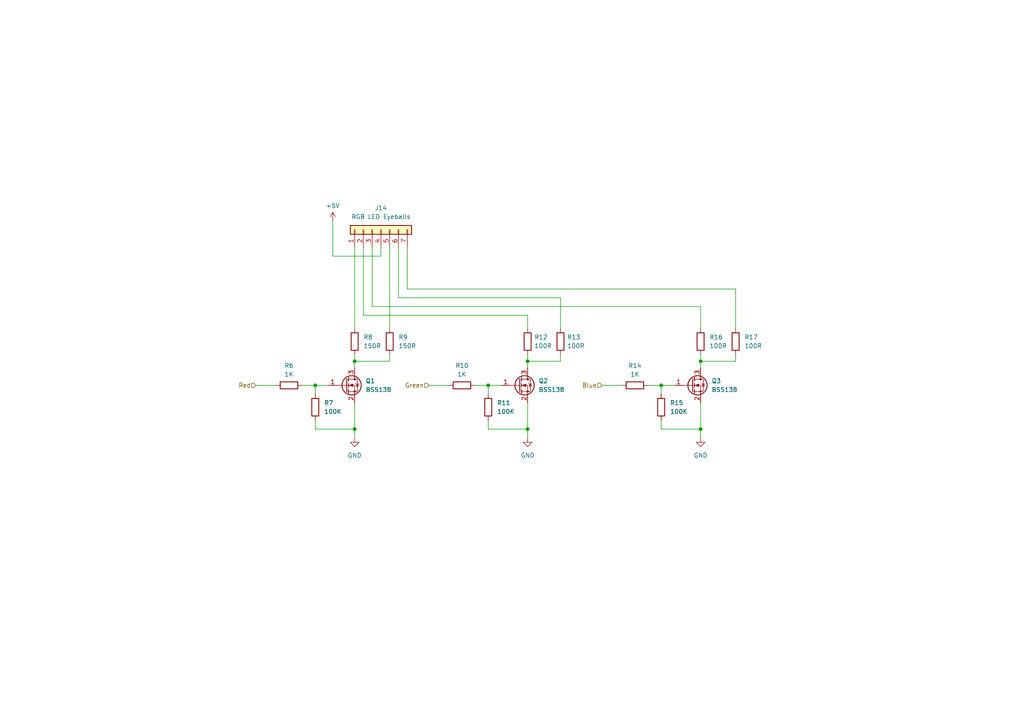
<source format=kicad_sch>
(kicad_sch (version 20230121) (generator eeschema)
  (paper "A4")
  (title_block (title "Valiant Turtle 2 - RGB LED Driver") (date "2024-01-05") (rev "1_0") (company "https://www.waitingforfriday.com") (comment 1 "(c) 2024 Simon Inns") (comment 2 "License: Attribution-ShareAlike 4.0 International (CC BY-SA 4.0)"))
  (lib_symbols
    (symbol "Connector_Generic:Conn_01x07" (pin_names (offset 1.016) hide)
      (property "Reference" "J" (at 0 10.16 0))
      (property "Value" "Conn_01x07" (at 0 -10.16 0))
      (symbol "Conn_01x07_1_1"
        (rectangle (start -1.27 -7.493) (end 0 -7.747) (stroke (width 0.1524)))
        (rectangle (start -1.27 -4.953) (end 0 -5.207) (stroke (width 0.1524)))
        (rectangle (start -1.27 -2.413) (end 0 -2.667) (stroke (width 0.1524)))
        (rectangle (start -1.27 0.127) (end 0 -0.127) (stroke (width 0.1524)))
        (rectangle (start -1.27 2.667) (end 0 2.413) (stroke (width 0.1524)))
        (rectangle (start -1.27 5.207) (end 0 4.953) (stroke (width 0.1524)))
        (rectangle (start -1.27 7.747) (end 0 7.493) (stroke (width 0.1524)))
        (rectangle (start -1.27 8.89) (end 1.27 -8.89) (stroke (width 0.254)) (fill (type background)))
        (pin passive line (at -5.08 7.62 0) (length 3.81) (name "Pin_1") (number "1"))
        (pin passive line (at -5.08 5.08 0) (length 3.81) (name "Pin_2") (number "2"))
        (pin passive line (at -5.08 2.54 0) (length 3.81) (name "Pin_3") (number "3"))
        (pin passive line (at -5.08 0 0) (length 3.81) (name "Pin_4") (number "4"))
        (pin passive line (at -5.08 -2.54 0) (length 3.81) (name "Pin_5") (number "5"))
        (pin passive line (at -5.08 -5.08 0) (length 3.81) (name "Pin_6") (number "6"))
        (pin passive line (at -5.08 -7.62 0) (length 3.81) (name "Pin_7") (number "7"))
      )
    )
    (symbol "Device:R" (pin_numbers hide) (pin_names (offset 0))
      (property "Reference" "R" (at 2.032 0 90))
      (property "Value" "R" (at 0 0 90))
      (symbol "R_0_1"
        (rectangle (start -1.016 -2.54) (end 1.016 2.54) (stroke (width 0.254)))
      )
      (symbol "R_1_1"
        (pin passive line (at 0 3.81 270) (length 1.27) (name "~") (number "1"))
        (pin passive line (at 0 -3.81 90) (length 1.27) (name "~") (number "2"))
      )
    )
    (symbol "Transistor_FET:BSS138" (pin_names hide)
      (property "Reference" "Q" (at 5.08 1.905 0))
      (property "Value" "BSS138" (at 5.08 0 0))
      (symbol "BSS138_0_1"
        (polyline (pts (xy 0.254 0) (xy -2.54 0)))
        (polyline (pts (xy 0.254 1.905) (xy 0.254 -1.905)) (stroke (width 0.254)))
        (polyline (pts (xy 0.762 -1.27) (xy 0.762 -2.286)) (stroke (width 0.254)))
        (polyline (pts (xy 0.762 0.508) (xy 0.762 -0.508)) (stroke (width 0.254)))
        (polyline (pts (xy 0.762 2.286) (xy 0.762 1.27)) (stroke (width 0.254)))
        (polyline (pts (xy 2.54 2.54) (xy 2.54 1.778)))
        (polyline (pts (xy 2.54 -2.54) (xy 2.54 0) (xy 0.762 0)))
        (polyline (pts (xy 0.762 -1.778) (xy 3.302 -1.778) (xy 3.302 1.778) (xy 0.762 1.778)))
        (polyline (pts (xy 1.016 0) (xy 2.032 0.381) (xy 2.032 -0.381) (xy 1.016 0)) (fill (type outline)))
        (polyline (pts (xy 2.794 0.508) (xy 2.921 0.381) (xy 3.683 0.381) (xy 3.81 0.254)))
        (polyline (pts (xy 3.302 0.381) (xy 2.921 -0.254) (xy 3.683 -0.254) (xy 3.302 0.381)))
        (circle (center 1.651 0) (radius 2.794) (stroke (width 0.254)))
        (circle (center 2.54 -1.778) (radius 0.254) (fill (type outline)))
        (circle (center 2.54 1.778) (radius 0.254) (fill (type outline)))
      )
      (symbol "BSS138_1_1"
        (pin input line (at -5.08 0 0) (length 2.54) (name "G") (number "1"))
        (pin passive line (at 2.54 -5.08 90) (length 2.54) (name "S") (number "2"))
        (pin passive line (at 2.54 5.08 270) (length 2.54) (name "D") (number "3"))
      )
    )
    (symbol "power:+5V" (power) (pin_names (offset 0))
      (property "Value" "+5V" (at 0 3.556 0))
      (symbol "+5V_0_1"
        (polyline (pts (xy -0.762 1.27) (xy 0 2.54)))
        (polyline (pts (xy 0 0) (xy 0 2.54)))
        (polyline (pts (xy 0 2.54) (xy 0.762 1.27)))
      )
      (symbol "+5V_1_1"
        (pin power_in line (at 0 0 90) (length 0) hide (name "+5V") (number "1"))
      )
    )
    (symbol "power:GND" (power) (pin_names (offset 0))
      (property "Value" "GND" (at 0 -3.81 0))
      (symbol "GND_0_1"
        (polyline (pts (xy 0 0) (xy 0 -1.27) (xy 1.27 -1.27) (xy 0 -2.54) (xy -1.27 -1.27) (xy 0 -1.27)))
      )
      (symbol "GND_1_1"
        (pin power_in line (at 0 0 270) (length 0) hide (name "GND") (number "1"))
      )
    )
  )
  (junction (at 141.605 111.76))
  (junction (at 191.77 111.76))
  (junction (at 153.035 104.775))
  (junction (at 102.87 124.46))
  (junction (at 203.2 124.46))
  (junction (at 91.44 111.76))
  (junction (at 102.87 104.775))
  (junction (at 203.2 104.775))
  (junction (at 153.035 124.46))
  (wire (pts (xy 203.2 104.775) (xy 203.2 106.68)))
  (wire (pts (xy 153.035 104.775) (xy 153.035 106.68)))
  (wire (pts (xy 203.2 88.9) (xy 203.2 95.25)))
  (wire (pts (xy 105.41 91.44) (xy 153.035 91.44)))
  (wire (pts (xy 213.36 104.775) (xy 203.2 104.775)))
  (wire (pts (xy 191.77 111.76) (xy 195.58 111.76)))
  (wire (pts (xy 91.44 121.92) (xy 91.44 124.46)))
  (wire (pts (xy 141.605 124.46) (xy 153.035 124.46)))
  (wire (pts (xy 107.95 88.9) (xy 203.2 88.9)))
  (wire (pts (xy 141.605 121.92) (xy 141.605 124.46)))
  (wire (pts (xy 91.44 111.76) (xy 95.25 111.76)))
  (wire (pts (xy 102.87 104.775) (xy 102.87 106.68)))
  (wire (pts (xy 113.03 104.775) (xy 102.87 104.775)))
  (wire (pts (xy 102.87 71.755) (xy 102.87 95.25)))
  (wire (pts (xy 203.2 102.87) (xy 203.2 104.775)))
  (wire (pts (xy 191.77 111.76) (xy 191.77 114.3)))
  (wire (pts (xy 213.36 102.87) (xy 213.36 104.775)))
  (wire (pts (xy 115.57 86.36) (xy 115.57 71.755)))
  (wire (pts (xy 174.625 111.76) (xy 180.34 111.76)))
  (wire (pts (xy 105.41 71.755) (xy 105.41 91.44)))
  (wire (pts (xy 107.95 71.755) (xy 107.95 88.9)))
  (wire (pts (xy 91.44 124.46) (xy 102.87 124.46)))
  (wire (pts (xy 162.56 104.775) (xy 153.035 104.775)))
  (wire (pts (xy 74.295 111.76) (xy 80.01 111.76)))
  (wire (pts (xy 141.605 111.76) (xy 141.605 114.3)))
  (wire (pts (xy 213.36 95.25) (xy 213.36 83.82)))
  (wire (pts (xy 213.36 83.82) (xy 118.11 83.82)))
  (wire (pts (xy 191.77 121.92) (xy 191.77 124.46)))
  (wire (pts (xy 102.87 124.46) (xy 102.87 127)))
  (wire (pts (xy 153.035 124.46) (xy 153.035 116.84)))
  (wire (pts (xy 124.46 111.76) (xy 130.175 111.76)))
  (wire (pts (xy 162.56 95.25) (xy 162.56 86.36)))
  (wire (pts (xy 91.44 111.76) (xy 91.44 114.3)))
  (wire (pts (xy 96.52 74.295) (xy 96.52 64.135)))
  (wire (pts (xy 153.035 102.87) (xy 153.035 104.775)))
  (wire (pts (xy 110.49 74.295) (xy 96.52 74.295)))
  (wire (pts (xy 153.035 91.44) (xy 153.035 95.25)))
  (wire (pts (xy 118.11 83.82) (xy 118.11 71.755)))
  (wire (pts (xy 137.795 111.76) (xy 141.605 111.76)))
  (wire (pts (xy 187.96 111.76) (xy 191.77 111.76)))
  (wire (pts (xy 153.035 124.46) (xy 153.035 127)))
  (wire (pts (xy 203.2 124.46) (xy 203.2 127)))
  (wire (pts (xy 162.56 102.87) (xy 162.56 104.775)))
  (wire (pts (xy 141.605 111.76) (xy 145.415 111.76)))
  (wire (pts (xy 110.49 71.755) (xy 110.49 74.295)))
  (wire (pts (xy 113.03 71.755) (xy 113.03 95.25)))
  (wire (pts (xy 162.56 86.36) (xy 115.57 86.36)))
  (wire (pts (xy 203.2 124.46) (xy 203.2 116.84)))
  (wire (pts (xy 113.03 102.87) (xy 113.03 104.775)))
  (wire (pts (xy 102.87 124.46) (xy 102.87 116.84)))
  (wire (pts (xy 191.77 124.46) (xy 203.2 124.46)))
  (wire (pts (xy 87.63 111.76) (xy 91.44 111.76)))
  (wire (pts (xy 102.87 102.87) (xy 102.87 104.775)))
  (hierarchical_label "Green" (shape input) (at 124.46 111.76 180))
  (hierarchical_label "Blue" (shape input) (at 174.625 111.76 180))
  (hierarchical_label "Red" (shape input) (at 74.295 111.76 180))
  (symbol (lib_id "Device:R") (at 184.15 111.76 90) (unit 1)
    (property "Reference" "R14" (at 184.15 106.045 90))
    (property "Value" "1K" (at 184.15 108.585 90))
    (property "Footprint" "Resistor_SMD:R_0805_2012Metric_Pad1.20x1.40mm_HandSolder" (effects hide))
  )
  (symbol (lib_id "Transistor_FET:BSS138") (at 100.33 111.76 0) (unit 1)
    (property "Reference" "Q1" (at 106.045 110.49 0) (effects (justify left)))
    (property "Value" "BSS138" (at 106.045 113.03 0) (effects (justify left)))
    (property "Footprint" "Package_TO_SOT_SMD:SOT-23" (effects hide))
    (property "Datasheet" "https://www.onsemi.com/pub/Collateral/BSS138-D.PDF" (effects hide))
  )
  (symbol (lib_id "Transistor_FET:BSS138") (at 200.66 111.76 0) (unit 1)
    (property "Reference" "Q3" (at 206.375 110.49 0) (effects (justify left)))
    (property "Value" "BSS138" (at 206.375 113.03 0) (effects (justify left)))
    (property "Footprint" "Package_TO_SOT_SMD:SOT-23" (effects hide))
    (property "Datasheet" "https://www.onsemi.com/pub/Collateral/BSS138-D.PDF" (effects hide))
  )
  (symbol (lib_id "power:GND") (at 153.035 127 0) (unit 1)
    (property "Reference" "#PWR036" (effects hide))
    (property "Value" "GND" (at 153.035 132.08 0))
  )
  (symbol (lib_id "Connector_Generic:Conn_01x07") (at 110.49 66.675 90) (unit 1)
    (property "Reference" "J14" (at 110.49 60.325 90))
    (property "Value" "RGB LED Eyeballs" (at 110.49 62.865 90))
    (property "Footprint" "Connector_JST:JST_XH_B7B-XH-A_1x07_P2.50mm_Vertical" (effects hide))
  )
  (symbol (lib_id "Device:R") (at 141.605 118.11 0) (unit 1)
    (property "Reference" "R11" (at 144.145 116.84 0) (effects (justify left)))
    (property "Value" "100K" (at 144.145 119.38 0) (effects (justify left)))
    (property "Footprint" "Resistor_SMD:R_0805_2012Metric_Pad1.20x1.40mm_HandSolder" (effects hide))
  )
  (symbol (lib_id "Device:R") (at 113.03 99.06 0) (unit 1)
    (property "Reference" "R9" (at 115.57 97.79 0) (effects (justify left)))
    (property "Value" "150R" (at 115.57 100.33 0) (effects (justify left)))
    (property "Footprint" "Resistor_SMD:R_0805_2012Metric_Pad1.20x1.40mm_HandSolder" (effects hide))
  )
  (symbol (lib_id "Device:R") (at 162.56 99.06 0) (unit 1)
    (property "Reference" "R13" (at 164.465 97.79 0) (effects (justify left)))
    (property "Value" "100R" (at 164.465 100.33 0) (effects (justify left)))
    (property "Footprint" "Resistor_SMD:R_0805_2012Metric_Pad1.20x1.40mm_HandSolder" (effects hide))
  )
  (symbol (lib_id "Device:R") (at 203.2 99.06 0) (unit 1)
    (property "Reference" "R16" (at 205.74 97.79 0) (effects (justify left)))
    (property "Value" "100R" (at 205.74 100.33 0) (effects (justify left)))
    (property "Footprint" "Resistor_SMD:R_0805_2012Metric_Pad1.20x1.40mm_HandSolder" (effects hide))
  )
  (symbol (lib_id "power:GND") (at 102.87 127 0) (unit 1)
    (property "Reference" "#PWR035" (effects hide))
    (property "Value" "GND" (at 102.87 132.08 0))
  )
  (symbol (lib_id "Device:R") (at 153.035 99.06 0) (unit 1)
    (property "Reference" "R12" (at 154.94 97.79 0) (effects (justify left)))
    (property "Value" "100R" (at 154.94 100.33 0) (effects (justify left)))
    (property "Footprint" "Resistor_SMD:R_0805_2012Metric_Pad1.20x1.40mm_HandSolder" (effects hide))
  )
  (symbol (lib_id "Device:R") (at 102.87 99.06 0) (unit 1)
    (property "Reference" "R8" (at 105.41 97.79 0) (effects (justify left)))
    (property "Value" "150R" (at 105.41 100.33 0) (effects (justify left)))
    (property "Footprint" "Resistor_SMD:R_0805_2012Metric_Pad1.20x1.40mm_HandSolder" (effects hide))
  )
  (symbol (lib_id "Transistor_FET:BSS138") (at 150.495 111.76 0) (unit 1)
    (property "Reference" "Q2" (at 156.21 110.49 0) (effects (justify left)))
    (property "Value" "BSS138" (at 156.21 113.03 0) (effects (justify left)))
    (property "Footprint" "Package_TO_SOT_SMD:SOT-23" (effects hide))
    (property "Datasheet" "https://www.onsemi.com/pub/Collateral/BSS138-D.PDF" (effects hide))
  )
  (symbol (lib_id "Device:R") (at 91.44 118.11 0) (unit 1)
    (property "Reference" "R7" (at 93.98 116.84 0) (effects (justify left)))
    (property "Value" "100K" (at 93.98 119.38 0) (effects (justify left)))
    (property "Footprint" "Resistor_SMD:R_0805_2012Metric_Pad1.20x1.40mm_HandSolder" (effects hide))
  )
  (symbol (lib_id "Device:R") (at 191.77 118.11 0) (unit 1)
    (property "Reference" "R15" (at 194.31 116.84 0) (effects (justify left)))
    (property "Value" "100K" (at 194.31 119.38 0) (effects (justify left)))
    (property "Footprint" "Resistor_SMD:R_0805_2012Metric_Pad1.20x1.40mm_HandSolder" (effects hide))
  )
  (symbol (lib_id "Device:R") (at 133.985 111.76 90) (unit 1)
    (property "Reference" "R10" (at 133.985 106.045 90))
    (property "Value" "1K" (at 133.985 108.585 90))
    (property "Footprint" "Resistor_SMD:R_0805_2012Metric_Pad1.20x1.40mm_HandSolder" (effects hide))
  )
  (symbol (lib_id "power:+5V") (at 96.52 64.135 0) (unit 1)
    (property "Reference" "#PWR034" (effects hide))
    (property "Value" "+5V" (at 96.52 59.69 0))
  )
  (symbol (lib_id "power:GND") (at 203.2 127 0) (unit 1)
    (property "Reference" "#PWR037" (effects hide))
    (property "Value" "GND" (at 203.2 132.08 0))
  )
  (symbol (lib_id "Device:R") (at 213.36 99.06 0) (unit 1)
    (property "Reference" "R17" (at 215.9 97.79 0) (effects (justify left)))
    (property "Value" "100R" (at 215.9 100.33 0) (effects (justify left)))
    (property "Footprint" "Resistor_SMD:R_0805_2012Metric_Pad1.20x1.40mm_HandSolder" (effects hide))
  )
  (symbol (lib_id "Device:R") (at 83.82 111.76 90) (unit 1)
    (property "Reference" "R6" (at 83.82 106.045 90))
    (property "Value" "1K" (at 83.82 108.585 90))
    (property "Footprint" "Resistor_SMD:R_0805_2012Metric_Pad1.20x1.40mm_HandSolder" (effects hide))
  )
)
</source>
